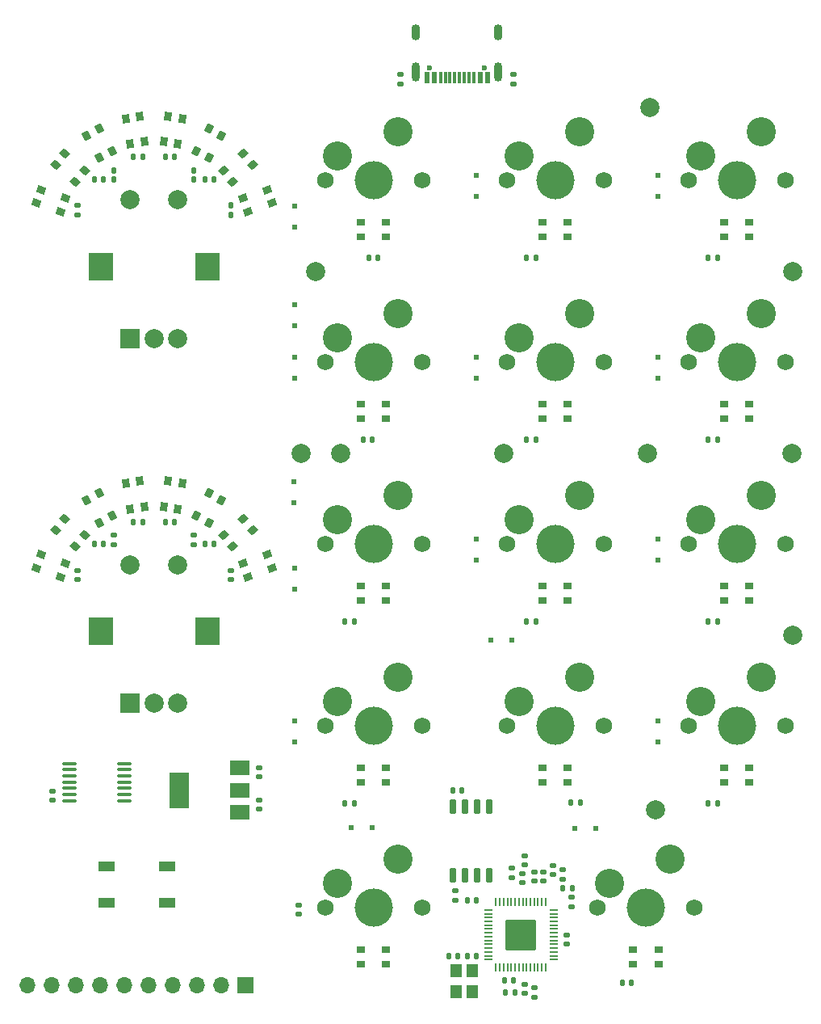
<source format=gbr>
G04 #@! TF.GenerationSoftware,KiCad,Pcbnew,(6.0.7-1)-1*
G04 #@! TF.CreationDate,2022-08-13T20:31:23-04:00*
G04 #@! TF.ProjectId,KnGXT,4b6e4758-542e-46b6-9963-61645f706362,rev?*
G04 #@! TF.SameCoordinates,Original*
G04 #@! TF.FileFunction,Soldermask,Top*
G04 #@! TF.FilePolarity,Negative*
%FSLAX46Y46*%
G04 Gerber Fmt 4.6, Leading zero omitted, Abs format (unit mm)*
G04 Created by KiCad (PCBNEW (6.0.7-1)-1) date 2022-08-13 20:31:23*
%MOMM*%
%LPD*%
G01*
G04 APERTURE LIST*
G04 Aperture macros list*
%AMRoundRect*
0 Rectangle with rounded corners*
0 $1 Rounding radius*
0 $2 $3 $4 $5 $6 $7 $8 $9 X,Y pos of 4 corners*
0 Add a 4 corners polygon primitive as box body*
4,1,4,$2,$3,$4,$5,$6,$7,$8,$9,$2,$3,0*
0 Add four circle primitives for the rounded corners*
1,1,$1+$1,$2,$3*
1,1,$1+$1,$4,$5*
1,1,$1+$1,$6,$7*
1,1,$1+$1,$8,$9*
0 Add four rect primitives between the rounded corners*
20,1,$1+$1,$2,$3,$4,$5,0*
20,1,$1+$1,$4,$5,$6,$7,0*
20,1,$1+$1,$6,$7,$8,$9,0*
20,1,$1+$1,$8,$9,$2,$3,0*%
%AMRotRect*
0 Rectangle, with rotation*
0 The origin of the aperture is its center*
0 $1 length*
0 $2 width*
0 $3 Rotation angle, in degrees counterclockwise*
0 Add horizontal line*
21,1,$1,$2,0,0,$3*%
G04 Aperture macros list end*
%ADD10RoundRect,0.140000X0.170000X-0.140000X0.170000X0.140000X-0.170000X0.140000X-0.170000X-0.140000X0*%
%ADD11RoundRect,0.135000X-0.185000X0.135000X-0.185000X-0.135000X0.185000X-0.135000X0.185000X0.135000X0*%
%ADD12R,0.900000X0.750000*%
%ADD13R,0.900000X0.760000*%
%ADD14R,0.500000X0.500000*%
%ADD15C,4.000000*%
%ADD16C,3.050000*%
%ADD17C,1.750000*%
%ADD18C,2.000000*%
%ADD19RoundRect,0.140000X-0.140000X-0.170000X0.140000X-0.170000X0.140000X0.170000X-0.140000X0.170000X0*%
%ADD20RotRect,0.900000X0.750000X20.000000*%
%ADD21RotRect,0.900000X0.760000X20.000000*%
%ADD22RoundRect,0.140000X-0.170000X0.140000X-0.170000X-0.140000X0.170000X-0.140000X0.170000X0.140000X0*%
%ADD23R,1.200000X1.400000*%
%ADD24RotRect,0.900000X0.750000X120.000000*%
%ADD25RotRect,0.900000X0.760000X120.000000*%
%ADD26RoundRect,0.140000X0.140000X0.170000X-0.140000X0.170000X-0.140000X-0.170000X0.140000X-0.170000X0*%
%ADD27RotRect,0.900000X0.750000X80.000000*%
%ADD28RotRect,0.900000X0.760000X80.000000*%
%ADD29R,1.700000X1.700000*%
%ADD30O,1.700000X1.700000*%
%ADD31RoundRect,0.150000X0.150000X-0.650000X0.150000X0.650000X-0.150000X0.650000X-0.150000X-0.650000X0*%
%ADD32RoundRect,0.100000X0.637500X0.100000X-0.637500X0.100000X-0.637500X-0.100000X0.637500X-0.100000X0*%
%ADD33RotRect,0.900000X0.750000X60.000000*%
%ADD34RotRect,0.900000X0.760000X60.000000*%
%ADD35C,0.600000*%
%ADD36R,0.600000X1.160000*%
%ADD37R,0.300000X1.160000*%
%ADD38O,0.900000X1.700000*%
%ADD39O,0.900000X2.000000*%
%ADD40RotRect,0.900000X0.750000X40.000000*%
%ADD41RotRect,0.900000X0.760000X40.000000*%
%ADD42RoundRect,0.135000X0.135000X0.185000X-0.135000X0.185000X-0.135000X-0.185000X0.135000X-0.185000X0*%
%ADD43RotRect,0.900000X0.750000X140.000000*%
%ADD44RotRect,0.900000X0.760000X140.000000*%
%ADD45RoundRect,0.050000X-0.387500X-0.050000X0.387500X-0.050000X0.387500X0.050000X-0.387500X0.050000X0*%
%ADD46RoundRect,0.050000X-0.050000X-0.387500X0.050000X-0.387500X0.050000X0.387500X-0.050000X0.387500X0*%
%ADD47RoundRect,0.144000X-1.456000X-1.456000X1.456000X-1.456000X1.456000X1.456000X-1.456000X1.456000X0*%
%ADD48RotRect,0.900000X0.750000X160.000000*%
%ADD49RotRect,0.900000X0.760000X160.000000*%
%ADD50R,2.000000X1.500000*%
%ADD51R,2.000000X3.800000*%
%ADD52R,2.000000X2.000000*%
%ADD53R,2.500000X3.000000*%
%ADD54RotRect,0.900000X0.750000X100.000000*%
%ADD55RotRect,0.900000X0.760000X100.000000*%
%ADD56R,1.700000X1.000000*%
G04 APERTURE END LIST*
D10*
X27742800Y-43855000D03*
X27742800Y-42895000D03*
D11*
X73507525Y-29122525D03*
X73507525Y-30142525D03*
D12*
X98250000Y-65200000D03*
X98250000Y-63700000D03*
D13*
X95550000Y-63700000D03*
D12*
X95550000Y-65200000D03*
D14*
X79950000Y-108125000D03*
X82150000Y-108125000D03*
D15*
X96900000Y-59325000D03*
D16*
X99440000Y-54245000D03*
D17*
X101980000Y-59325000D03*
D16*
X93090000Y-56785000D03*
D17*
X91820000Y-59325000D03*
D14*
X50500000Y-55450000D03*
X50500000Y-53250000D03*
D16*
X93090000Y-37735000D03*
D17*
X91820000Y-40275000D03*
X101980000Y-40275000D03*
D16*
X99440000Y-35195000D03*
D15*
X96900000Y-40275000D03*
D18*
X55372000Y-68825000D03*
D19*
X57720000Y-67450000D03*
X58680000Y-67450000D03*
D11*
X61650000Y-29140000D03*
X61650000Y-30160000D03*
D20*
X48135100Y-42638042D03*
X47622070Y-41228503D03*
D21*
X45084900Y-42151958D03*
D20*
X45597930Y-43561497D03*
D22*
X75650000Y-124845000D03*
X75650000Y-125805000D03*
D16*
X54990000Y-113935000D03*
X61340000Y-111395000D03*
D17*
X63880000Y-116475000D03*
X53720000Y-116475000D03*
D15*
X58800000Y-116475000D03*
D14*
X69550000Y-80000000D03*
X69550000Y-77800000D03*
D18*
X87775000Y-32650000D03*
D19*
X74870000Y-48400000D03*
X75830000Y-48400000D03*
D23*
X67450000Y-123050000D03*
X67450000Y-125250000D03*
X69150000Y-125250000D03*
X69150000Y-123050000D03*
D14*
X69550000Y-60950000D03*
X69550000Y-58750000D03*
D24*
X30024519Y-73045866D03*
X28725481Y-73795866D03*
D25*
X30075481Y-76134134D03*
D24*
X31374519Y-75384134D03*
D17*
X63880000Y-97425000D03*
D15*
X58800000Y-97425000D03*
D17*
X53720000Y-97425000D03*
D16*
X54990000Y-94885000D03*
X61340000Y-92345000D03*
D12*
X86025000Y-120850000D03*
X86025000Y-122350000D03*
D13*
X88725000Y-122350000D03*
D12*
X88725000Y-120850000D03*
D19*
X43842800Y-42895000D03*
X43842800Y-43855000D03*
D26*
X69614871Y-115675000D03*
X68654871Y-115675000D03*
D17*
X72770000Y-59325000D03*
X82930000Y-59325000D03*
D15*
X77850000Y-59325000D03*
D16*
X74040000Y-56785000D03*
X80390000Y-54245000D03*
D15*
X87375000Y-116475000D03*
D16*
X89915000Y-111395000D03*
D17*
X82295000Y-116475000D03*
D16*
X83565000Y-113935000D03*
D17*
X92455000Y-116475000D03*
D26*
X73480000Y-124100000D03*
X72520000Y-124100000D03*
D14*
X88600000Y-41900000D03*
X88600000Y-39700000D03*
X88600000Y-60950000D03*
X88600000Y-58750000D03*
D19*
X42092624Y-40145000D03*
X41132624Y-40145000D03*
D27*
X38763031Y-72020746D03*
X37285819Y-71760273D03*
D28*
X36816969Y-74419254D03*
D27*
X38294181Y-74679727D03*
D17*
X82930000Y-40275000D03*
D16*
X74040000Y-37735000D03*
X80390000Y-35195000D03*
D17*
X72770000Y-40275000D03*
D15*
X77850000Y-40275000D03*
D16*
X93090000Y-94885000D03*
D17*
X91820000Y-97425000D03*
D16*
X99440000Y-92345000D03*
D17*
X101980000Y-97425000D03*
D15*
X96900000Y-97425000D03*
D19*
X74870000Y-86500000D03*
X75830000Y-86500000D03*
D29*
X45400000Y-124575000D03*
D30*
X42860000Y-124575000D03*
X40320000Y-124575000D03*
X37780000Y-124575000D03*
X35240000Y-124575000D03*
X32700000Y-124575000D03*
X30160000Y-124575000D03*
X27620000Y-124575000D03*
X25080000Y-124575000D03*
X22540000Y-124575000D03*
D26*
X42092624Y-78370000D03*
X41132624Y-78370000D03*
D14*
X58675000Y-108075000D03*
X56475000Y-108075000D03*
D31*
X67117200Y-113063000D03*
X68387200Y-113063000D03*
X69657200Y-113063000D03*
X70927200Y-113063000D03*
X70927200Y-105863000D03*
X69657200Y-105863000D03*
X68387200Y-105863000D03*
X67117200Y-105863000D03*
D19*
X79520000Y-105400000D03*
X80480000Y-105400000D03*
D10*
X74700000Y-111950000D03*
X74700000Y-110990000D03*
D22*
X76650571Y-112710200D03*
X76650571Y-113670200D03*
D16*
X99440000Y-73295000D03*
X93090000Y-75835000D03*
D17*
X101980000Y-78375000D03*
X91820000Y-78375000D03*
D15*
X96900000Y-78375000D03*
D19*
X36987800Y-76050000D03*
X37947800Y-76050000D03*
D14*
X88600000Y-99050000D03*
X88600000Y-96850000D03*
X69550000Y-41900000D03*
X69550000Y-39700000D03*
D26*
X85880000Y-124300000D03*
X84920000Y-124300000D03*
D32*
X32650000Y-105250000D03*
X32650000Y-104600000D03*
X32650000Y-103950000D03*
X32650000Y-103300000D03*
X32650000Y-102650000D03*
X32650000Y-102000000D03*
X32650000Y-101350000D03*
X26925000Y-101350000D03*
X26925000Y-102000000D03*
X26925000Y-102650000D03*
X26925000Y-103300000D03*
X26925000Y-103950000D03*
X26925000Y-104600000D03*
X26925000Y-105250000D03*
D16*
X61340000Y-35195000D03*
X54990000Y-37735000D03*
D17*
X53720000Y-40275000D03*
D15*
X58800000Y-40275000D03*
D17*
X63880000Y-40275000D03*
D19*
X55820000Y-105550000D03*
X56780000Y-105550000D03*
X29512624Y-40145000D03*
X30472624Y-40145000D03*
X67120000Y-104175000D03*
X68080000Y-104175000D03*
D33*
X42874519Y-35570866D03*
X41575481Y-34820866D03*
D34*
X40225481Y-37159134D03*
D33*
X41524519Y-37909134D03*
D22*
X75700571Y-112710200D03*
X75700571Y-113670200D03*
D12*
X79200000Y-103300000D03*
X79200000Y-101800000D03*
D13*
X76500000Y-101800000D03*
D12*
X76500000Y-103300000D03*
D35*
X64696125Y-28446325D03*
X70476125Y-28446325D03*
D36*
X70786125Y-29506325D03*
X69986125Y-29506325D03*
D37*
X68836125Y-29506325D03*
X67836125Y-29506325D03*
X67336125Y-29506325D03*
X66336125Y-29506325D03*
D36*
X65186125Y-29506325D03*
X64386125Y-29506325D03*
X64386125Y-29506325D03*
X65186125Y-29506325D03*
D37*
X65836125Y-29506325D03*
X66836125Y-29506325D03*
X68336125Y-29506325D03*
X69336125Y-29506325D03*
D36*
X69986125Y-29506325D03*
X70786125Y-29506325D03*
D38*
X71906125Y-24756325D03*
D39*
X63266125Y-28926325D03*
X71906125Y-28926325D03*
D38*
X63266125Y-24756325D03*
D10*
X79600000Y-116330000D03*
X79600000Y-115370000D03*
D12*
X79200000Y-84250000D03*
X79200000Y-82750000D03*
D13*
X76500000Y-82750000D03*
D12*
X76500000Y-84250000D03*
D19*
X29512624Y-78370000D03*
X30472624Y-78370000D03*
D14*
X50500000Y-60950000D03*
X50500000Y-58750000D03*
D10*
X79050000Y-120280000D03*
X79050000Y-119320000D03*
D40*
X46126251Y-38641770D03*
X45162069Y-37492703D03*
D41*
X43093749Y-39228230D03*
D40*
X44057931Y-40377297D03*
D42*
X73635000Y-125325000D03*
X72615000Y-125325000D03*
D12*
X98250000Y-103300000D03*
X98250000Y-101800000D03*
D13*
X95550000Y-101800000D03*
D12*
X95550000Y-103300000D03*
D14*
X50500000Y-99050000D03*
X50500000Y-96850000D03*
D12*
X79200000Y-65200000D03*
X79200000Y-63700000D03*
D13*
X76500000Y-63700000D03*
D12*
X76500000Y-65200000D03*
D19*
X93920000Y-67450000D03*
X94880000Y-67450000D03*
D15*
X77850000Y-78375000D03*
D17*
X82930000Y-78375000D03*
X72770000Y-78375000D03*
D16*
X80390000Y-73295000D03*
X74040000Y-75835000D03*
D22*
X39992624Y-77440000D03*
X39992624Y-78400000D03*
D19*
X31542624Y-39215000D03*
X31542624Y-40175000D03*
D22*
X74675000Y-124495000D03*
X74675000Y-125455000D03*
D16*
X74040000Y-94885000D03*
D17*
X82930000Y-97425000D03*
D16*
X80390000Y-92345000D03*
D17*
X72770000Y-97425000D03*
D15*
X77850000Y-97425000D03*
D12*
X60150000Y-65200000D03*
X60150000Y-63700000D03*
D13*
X57450000Y-63700000D03*
D12*
X57450000Y-65200000D03*
D18*
X52725000Y-49825000D03*
D14*
X88600000Y-80000000D03*
X88600000Y-77800000D03*
D26*
X39992624Y-39215000D03*
X39992624Y-40175000D03*
D43*
X26437931Y-37492703D03*
X25473749Y-38641770D03*
D44*
X27542069Y-40377297D03*
D43*
X28506251Y-39228230D03*
D12*
X98250000Y-84250000D03*
X98250000Y-82750000D03*
D13*
X95550000Y-82750000D03*
D12*
X95550000Y-84250000D03*
X60150000Y-46150000D03*
X60150000Y-44650000D03*
D13*
X57450000Y-44650000D03*
D12*
X57450000Y-46150000D03*
D10*
X51000000Y-117150000D03*
X51000000Y-116190000D03*
D45*
X70822271Y-116689050D03*
X70822271Y-117089050D03*
X70822271Y-117489050D03*
X70822271Y-117889050D03*
X70822271Y-118289050D03*
X70822271Y-118689050D03*
X70822271Y-119089050D03*
X70822271Y-119489050D03*
X70822271Y-119889050D03*
X70822271Y-120289050D03*
X70822271Y-120689050D03*
X70822271Y-121089050D03*
X70822271Y-121489050D03*
X70822271Y-121889050D03*
D46*
X71659771Y-122726550D03*
X72059771Y-122726550D03*
X72459771Y-122726550D03*
X72859771Y-122726550D03*
X73259771Y-122726550D03*
X73659771Y-122726550D03*
X74059771Y-122726550D03*
X74459771Y-122726550D03*
X74859771Y-122726550D03*
X75259771Y-122726550D03*
X75659771Y-122726550D03*
X76059771Y-122726550D03*
X76459771Y-122726550D03*
X76859771Y-122726550D03*
D45*
X77697271Y-121889050D03*
X77697271Y-121489050D03*
X77697271Y-121089050D03*
X77697271Y-120689050D03*
X77697271Y-120289050D03*
X77697271Y-119889050D03*
X77697271Y-119489050D03*
X77697271Y-119089050D03*
X77697271Y-118689050D03*
X77697271Y-118289050D03*
X77697271Y-117889050D03*
X77697271Y-117489050D03*
X77697271Y-117089050D03*
X77697271Y-116689050D03*
D46*
X76859771Y-115851550D03*
X76459771Y-115851550D03*
X76059771Y-115851550D03*
X75659771Y-115851550D03*
X75259771Y-115851550D03*
X74859771Y-115851550D03*
X74459771Y-115851550D03*
X74059771Y-115851550D03*
X73659771Y-115851550D03*
X73259771Y-115851550D03*
X72859771Y-115851550D03*
X72459771Y-115851550D03*
X72059771Y-115851550D03*
X71659771Y-115851550D03*
D47*
X74259771Y-119289050D03*
D10*
X78650000Y-113455000D03*
X78650000Y-112495000D03*
X77650000Y-113005000D03*
X77650000Y-112045000D03*
D22*
X46843800Y-101782400D03*
X46843800Y-102742400D03*
D27*
X38763031Y-33795746D03*
X37285819Y-33535273D03*
D28*
X36816969Y-36194254D03*
D27*
X38294181Y-36454727D03*
D14*
X50500000Y-45150000D03*
X50500000Y-42950000D03*
D10*
X27742800Y-82080000D03*
X27742800Y-81120000D03*
D12*
X57450000Y-120850000D03*
X57450000Y-122350000D03*
D13*
X60150000Y-122350000D03*
D12*
X60150000Y-120850000D03*
D19*
X58320000Y-48400000D03*
X59280000Y-48400000D03*
X66720000Y-121500000D03*
X67680000Y-121500000D03*
D12*
X60150000Y-103300000D03*
X60150000Y-101800000D03*
D13*
X57450000Y-101800000D03*
D12*
X57450000Y-103300000D03*
D48*
X23977930Y-79453503D03*
X23464900Y-80863042D03*
D49*
X26002070Y-81786497D03*
D48*
X26515100Y-80376958D03*
D14*
X71090000Y-88420000D03*
X73290000Y-88420000D03*
D43*
X26437931Y-75717703D03*
X25473749Y-76866770D03*
D44*
X27542069Y-78602297D03*
D43*
X28506251Y-77453230D03*
D22*
X67354698Y-114701073D03*
X67354698Y-115661073D03*
D18*
X102725000Y-68850000D03*
D14*
X50500000Y-83050000D03*
X50500000Y-80850000D03*
D33*
X42874519Y-73795866D03*
X41575481Y-73045866D03*
D34*
X40225481Y-75384134D03*
D33*
X41524519Y-76134134D03*
D12*
X60150000Y-84250000D03*
X60150000Y-82750000D03*
D13*
X57450000Y-82750000D03*
D12*
X57450000Y-84250000D03*
D18*
X72500000Y-68825000D03*
D10*
X25162200Y-105198400D03*
X25162200Y-104238400D03*
D18*
X88400000Y-106175000D03*
D50*
X44750000Y-106432400D03*
X44750000Y-104132400D03*
D51*
X38450000Y-104132400D03*
D50*
X44750000Y-101832400D03*
D22*
X31542624Y-77440000D03*
X31542624Y-78400000D03*
D52*
X33292800Y-56809400D03*
D18*
X38292800Y-56809400D03*
X35792800Y-56809400D03*
D53*
X30192800Y-49309400D03*
X41392800Y-49309400D03*
D18*
X33292800Y-42309400D03*
X38292800Y-42309400D03*
D54*
X34304181Y-33535273D03*
X32826969Y-33795746D03*
D55*
X33295819Y-36454727D03*
D54*
X34773031Y-36194254D03*
D19*
X93920000Y-86500000D03*
X94880000Y-86500000D03*
D22*
X43842800Y-81120000D03*
X43842800Y-82080000D03*
D18*
X87550000Y-68825000D03*
D14*
X50425000Y-71800000D03*
X50425000Y-74000000D03*
D10*
X73300000Y-113275000D03*
X73300000Y-112315000D03*
D20*
X48135100Y-80863042D03*
X47622070Y-79453503D03*
D21*
X45084900Y-80376958D03*
D20*
X45597930Y-81786497D03*
D12*
X79200000Y-46150000D03*
X79200000Y-44650000D03*
D13*
X76500000Y-44650000D03*
D12*
X76500000Y-46150000D03*
D19*
X33637800Y-37825000D03*
X34597800Y-37825000D03*
D10*
X74375000Y-113855000D03*
X74375000Y-112895000D03*
D19*
X55820000Y-86500000D03*
X56780000Y-86500000D03*
D54*
X34304181Y-71760273D03*
X32826969Y-72020746D03*
D55*
X33295819Y-74679727D03*
D54*
X34773031Y-74419254D03*
D22*
X46843800Y-105163200D03*
X46843800Y-106123200D03*
D12*
X98250000Y-46150000D03*
X98250000Y-44650000D03*
D13*
X95550000Y-44650000D03*
D12*
X95550000Y-46150000D03*
D19*
X74870000Y-67450000D03*
X75830000Y-67450000D03*
D40*
X46126251Y-76866770D03*
X45162069Y-75717703D03*
D41*
X43093749Y-77453230D03*
D40*
X44057931Y-78602297D03*
D26*
X69580000Y-121500000D03*
X68620000Y-121500000D03*
D18*
X102750000Y-87900000D03*
D19*
X33637800Y-76050000D03*
X34597800Y-76050000D03*
D24*
X30024519Y-34820866D03*
X28725481Y-35570866D03*
D25*
X30075481Y-37909134D03*
D24*
X31374519Y-37159134D03*
D56*
X37125000Y-112125000D03*
X30825000Y-112125000D03*
X37125000Y-115925000D03*
X30825000Y-115925000D03*
D19*
X93920000Y-48400000D03*
X94880000Y-48400000D03*
D18*
X51225000Y-68850000D03*
D52*
X33292800Y-95034400D03*
D18*
X38292800Y-95034400D03*
X35792800Y-95034400D03*
D53*
X41392800Y-87534400D03*
X30192800Y-87534400D03*
D18*
X33292800Y-80534400D03*
X38292800Y-80534400D03*
D19*
X93920000Y-105550000D03*
X94880000Y-105550000D03*
D15*
X58800000Y-78375000D03*
D17*
X53720000Y-78375000D03*
D16*
X54990000Y-75835000D03*
D17*
X63880000Y-78375000D03*
D16*
X61340000Y-73295000D03*
D18*
X102750000Y-49800000D03*
D19*
X36987800Y-37825000D03*
X37947800Y-37825000D03*
D17*
X53720000Y-59325000D03*
D16*
X61340000Y-54245000D03*
D15*
X58800000Y-59325000D03*
D17*
X63880000Y-59325000D03*
D16*
X54990000Y-56785000D03*
D48*
X23977930Y-41228503D03*
X23464900Y-42638042D03*
D49*
X26002070Y-43561497D03*
D48*
X26515100Y-42151958D03*
D19*
X78670000Y-114425000D03*
X79630000Y-114425000D03*
M02*

</source>
